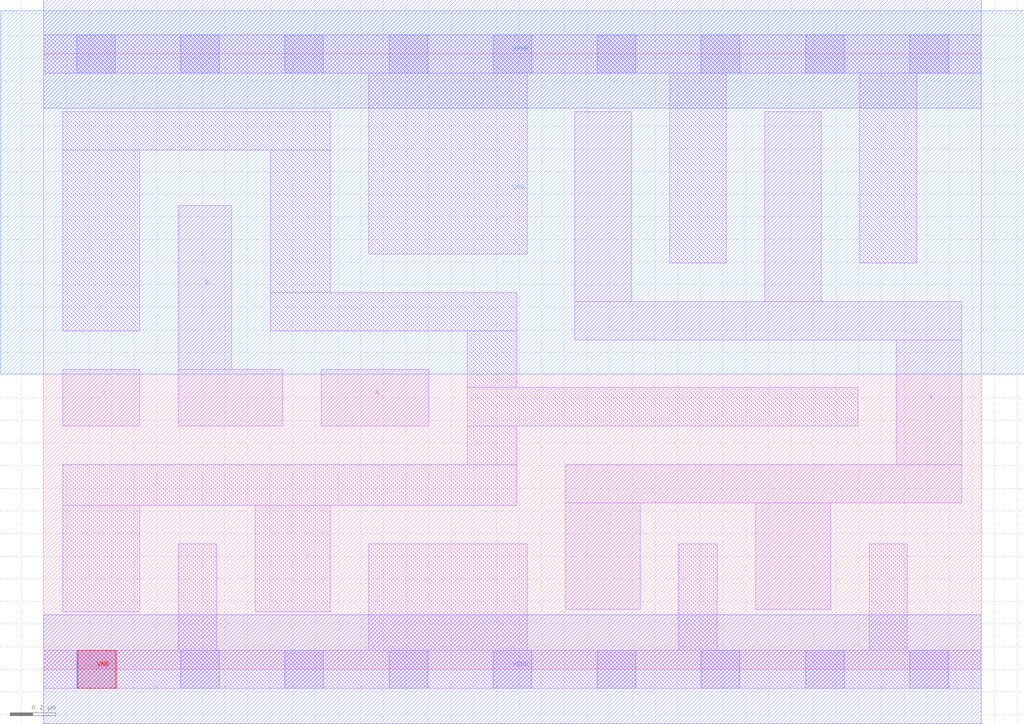
<source format=lef>
# Copyright 2020 The SkyWater PDK Authors
#
# Licensed under the Apache License, Version 2.0 (the "License");
# you may not use this file except in compliance with the License.
# You may obtain a copy of the License at
#
#     https://www.apache.org/licenses/LICENSE-2.0
#
# Unless required by applicable law or agreed to in writing, software
# distributed under the License is distributed on an "AS IS" BASIS,
# WITHOUT WARRANTIES OR CONDITIONS OF ANY KIND, either express or implied.
# See the License for the specific language governing permissions and
# limitations under the License.
#
# SPDX-License-Identifier: Apache-2.0

VERSION 5.7 ;
  NOWIREEXTENSIONATPIN ON ;
  DIVIDERCHAR "/" ;
  BUSBITCHARS "[]" ;
MACRO sky130_fd_sc_hd__or3_4
  CLASS CORE ;
  FOREIGN sky130_fd_sc_hd__or3_4 ;
  ORIGIN  0.000000  0.000000 ;
  SIZE  4.140000 BY  2.720000 ;
  SYMMETRY X Y R90 ;
  SITE unithd ;
  PIN A
    ANTENNAGATEAREA  0.247500 ;
    DIRECTION INPUT ;
    USE SIGNAL ;
    PORT
      LAYER li1 ;
        RECT 1.225000 1.075000 1.700000 1.325000 ;
    END
  END A
  PIN B
    ANTENNAGATEAREA  0.247500 ;
    DIRECTION INPUT ;
    USE SIGNAL ;
    PORT
      LAYER li1 ;
        RECT 0.595000 1.075000 1.055000 1.325000 ;
        RECT 0.595000 1.325000 0.830000 2.050000 ;
    END
  END B
  PIN C
    ANTENNAGATEAREA  0.247500 ;
    DIRECTION INPUT ;
    USE SIGNAL ;
    PORT
      LAYER li1 ;
        RECT 0.085000 1.075000 0.425000 1.325000 ;
    END
  END C
  PIN VNB
    PORT
      LAYER pwell ;
        RECT 0.150000 -0.085000 0.320000 0.085000 ;
    END
  END VNB
  PIN VPB
    PORT
      LAYER nwell ;
        RECT -0.190000 1.305000 4.330000 2.910000 ;
    END
  END VPB
  PIN X
    ANTENNADIFFAREA  0.891000 ;
    DIRECTION OUTPUT ;
    USE SIGNAL ;
    PORT
      LAYER li1 ;
        RECT 2.305000 0.265000 2.635000 0.735000 ;
        RECT 2.305000 0.735000 4.055000 0.905000 ;
        RECT 2.345000 1.455000 4.055000 1.625000 ;
        RECT 2.345000 1.625000 2.595000 2.465000 ;
        RECT 3.145000 0.265000 3.475000 0.735000 ;
        RECT 3.185000 1.625000 3.435000 2.465000 ;
        RECT 3.765000 0.905000 4.055000 1.455000 ;
    END
  END X
  PIN VGND
    DIRECTION INOUT ;
    SHAPE ABUTMENT ;
    USE GROUND ;
    PORT
      LAYER met1 ;
        RECT 0.000000 -0.240000 4.140000 0.240000 ;
    END
  END VGND
  PIN VPWR
    DIRECTION INOUT ;
    SHAPE ABUTMENT ;
    USE POWER ;
    PORT
      LAYER met1 ;
        RECT 0.000000 2.480000 4.140000 2.960000 ;
    END
  END VPWR
  OBS
    LAYER li1 ;
      RECT 0.000000 -0.085000 4.140000 0.085000 ;
      RECT 0.000000  2.635000 4.140000 2.805000 ;
      RECT 0.085000  0.255000 0.425000 0.725000 ;
      RECT 0.085000  0.725000 2.090000 0.905000 ;
      RECT 0.085000  1.495000 0.425000 2.295000 ;
      RECT 0.085000  2.295000 1.265000 2.465000 ;
      RECT 0.595000  0.085000 0.765000 0.555000 ;
      RECT 0.935000  0.255000 1.265000 0.725000 ;
      RECT 1.000000  1.495000 2.090000 1.665000 ;
      RECT 1.000000  1.665000 1.265000 2.295000 ;
      RECT 1.435000  0.085000 2.135000 0.555000 ;
      RECT 1.435000  1.835000 2.135000 2.635000 ;
      RECT 1.870000  0.905000 2.090000 1.075000 ;
      RECT 1.870000  1.075000 3.595000 1.245000 ;
      RECT 1.870000  1.245000 2.090000 1.495000 ;
      RECT 2.765000  1.795000 3.015000 2.635000 ;
      RECT 2.805000  0.085000 2.975000 0.555000 ;
      RECT 3.605000  1.795000 3.855000 2.635000 ;
      RECT 3.645000  0.085000 3.815000 0.555000 ;
    LAYER mcon ;
      RECT 0.145000 -0.085000 0.315000 0.085000 ;
      RECT 0.145000  2.635000 0.315000 2.805000 ;
      RECT 0.605000 -0.085000 0.775000 0.085000 ;
      RECT 0.605000  2.635000 0.775000 2.805000 ;
      RECT 1.065000 -0.085000 1.235000 0.085000 ;
      RECT 1.065000  2.635000 1.235000 2.805000 ;
      RECT 1.525000 -0.085000 1.695000 0.085000 ;
      RECT 1.525000  2.635000 1.695000 2.805000 ;
      RECT 1.985000 -0.085000 2.155000 0.085000 ;
      RECT 1.985000  2.635000 2.155000 2.805000 ;
      RECT 2.445000 -0.085000 2.615000 0.085000 ;
      RECT 2.445000  2.635000 2.615000 2.805000 ;
      RECT 2.905000 -0.085000 3.075000 0.085000 ;
      RECT 2.905000  2.635000 3.075000 2.805000 ;
      RECT 3.365000 -0.085000 3.535000 0.085000 ;
      RECT 3.365000  2.635000 3.535000 2.805000 ;
      RECT 3.825000 -0.085000 3.995000 0.085000 ;
      RECT 3.825000  2.635000 3.995000 2.805000 ;
  END
END sky130_fd_sc_hd__or3_4
END LIBRARY

</source>
